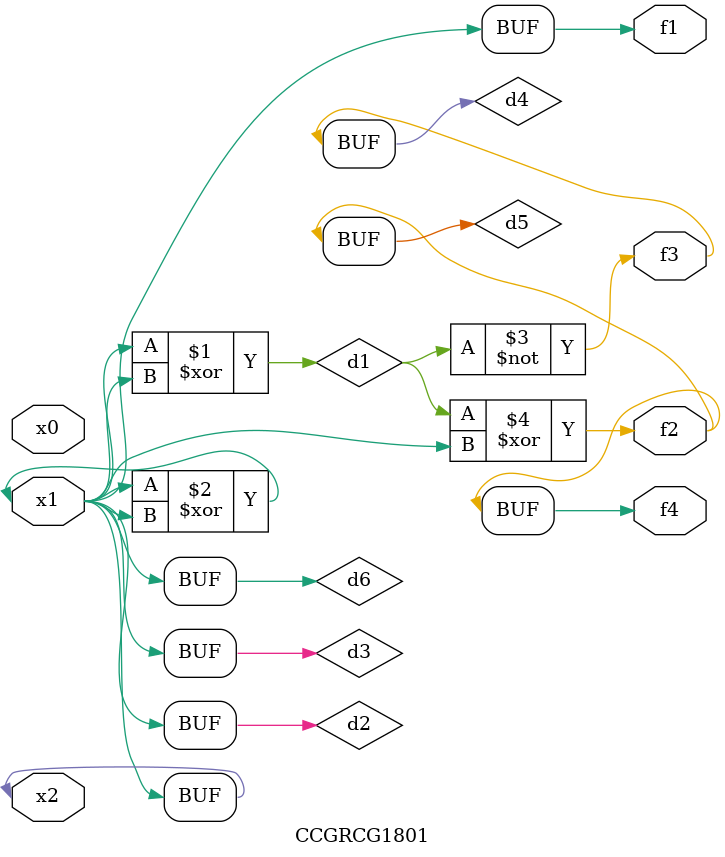
<source format=v>
module CCGRCG1801(
	input x0, x1, x2,
	output f1, f2, f3, f4
);

	wire d1, d2, d3, d4, d5, d6;

	xor (d1, x1, x2);
	buf (d2, x1, x2);
	xor (d3, x1, x2);
	nor (d4, d1);
	xor (d5, d1, d2);
	buf (d6, d2, d3);
	assign f1 = d6;
	assign f2 = d5;
	assign f3 = d4;
	assign f4 = d5;
endmodule

</source>
